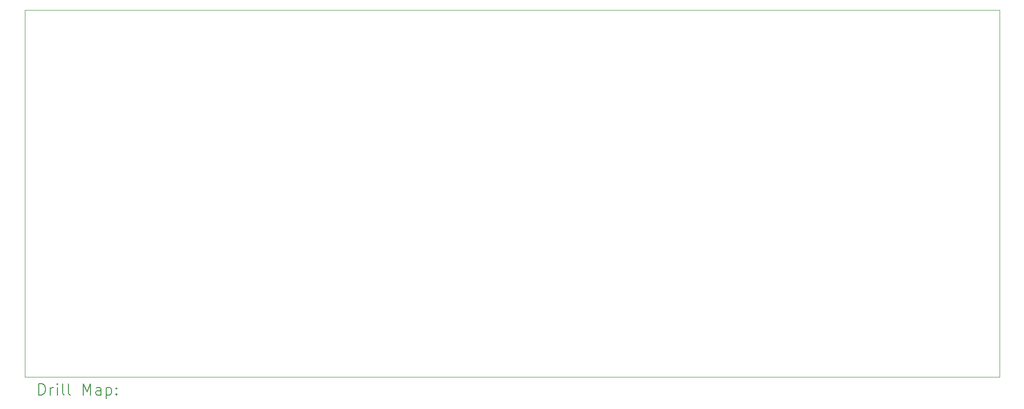
<source format=gbr>
%TF.GenerationSoftware,KiCad,Pcbnew,(6.0.11)*%
%TF.CreationDate,2023-02-08T22:05:09+00:00*%
%TF.ProjectId,StepperDemoPCB,53746570-7065-4724-9465-6d6f5043422e,rev?*%
%TF.SameCoordinates,Original*%
%TF.FileFunction,Drillmap*%
%TF.FilePolarity,Positive*%
%FSLAX45Y45*%
G04 Gerber Fmt 4.5, Leading zero omitted, Abs format (unit mm)*
G04 Created by KiCad (PCBNEW (6.0.11)) date 2023-02-08 22:05:09*
%MOMM*%
%LPD*%
G01*
G04 APERTURE LIST*
%ADD10C,0.100000*%
%ADD11C,0.200000*%
G04 APERTURE END LIST*
D10*
X3300000Y-3600000D02*
X20550000Y-3600000D01*
X20550000Y-3600000D02*
X20550000Y-10100000D01*
X20550000Y-10100000D02*
X3300000Y-10100000D01*
X3300000Y-10100000D02*
X3300000Y-3600000D01*
D11*
X3552619Y-10415476D02*
X3552619Y-10215476D01*
X3600238Y-10215476D01*
X3628809Y-10225000D01*
X3647857Y-10244048D01*
X3657381Y-10263095D01*
X3666905Y-10301190D01*
X3666905Y-10329762D01*
X3657381Y-10367857D01*
X3647857Y-10386905D01*
X3628809Y-10405952D01*
X3600238Y-10415476D01*
X3552619Y-10415476D01*
X3752619Y-10415476D02*
X3752619Y-10282143D01*
X3752619Y-10320238D02*
X3762143Y-10301190D01*
X3771667Y-10291667D01*
X3790714Y-10282143D01*
X3809762Y-10282143D01*
X3876428Y-10415476D02*
X3876428Y-10282143D01*
X3876428Y-10215476D02*
X3866905Y-10225000D01*
X3876428Y-10234524D01*
X3885952Y-10225000D01*
X3876428Y-10215476D01*
X3876428Y-10234524D01*
X4000238Y-10415476D02*
X3981190Y-10405952D01*
X3971667Y-10386905D01*
X3971667Y-10215476D01*
X4105000Y-10415476D02*
X4085952Y-10405952D01*
X4076428Y-10386905D01*
X4076428Y-10215476D01*
X4333571Y-10415476D02*
X4333571Y-10215476D01*
X4400238Y-10358333D01*
X4466905Y-10215476D01*
X4466905Y-10415476D01*
X4647857Y-10415476D02*
X4647857Y-10310714D01*
X4638333Y-10291667D01*
X4619286Y-10282143D01*
X4581190Y-10282143D01*
X4562143Y-10291667D01*
X4647857Y-10405952D02*
X4628810Y-10415476D01*
X4581190Y-10415476D01*
X4562143Y-10405952D01*
X4552619Y-10386905D01*
X4552619Y-10367857D01*
X4562143Y-10348810D01*
X4581190Y-10339286D01*
X4628810Y-10339286D01*
X4647857Y-10329762D01*
X4743095Y-10282143D02*
X4743095Y-10482143D01*
X4743095Y-10291667D02*
X4762143Y-10282143D01*
X4800238Y-10282143D01*
X4819286Y-10291667D01*
X4828810Y-10301190D01*
X4838333Y-10320238D01*
X4838333Y-10377381D01*
X4828810Y-10396429D01*
X4819286Y-10405952D01*
X4800238Y-10415476D01*
X4762143Y-10415476D01*
X4743095Y-10405952D01*
X4924048Y-10396429D02*
X4933571Y-10405952D01*
X4924048Y-10415476D01*
X4914524Y-10405952D01*
X4924048Y-10396429D01*
X4924048Y-10415476D01*
X4924048Y-10291667D02*
X4933571Y-10301190D01*
X4924048Y-10310714D01*
X4914524Y-10301190D01*
X4924048Y-10291667D01*
X4924048Y-10310714D01*
M02*

</source>
